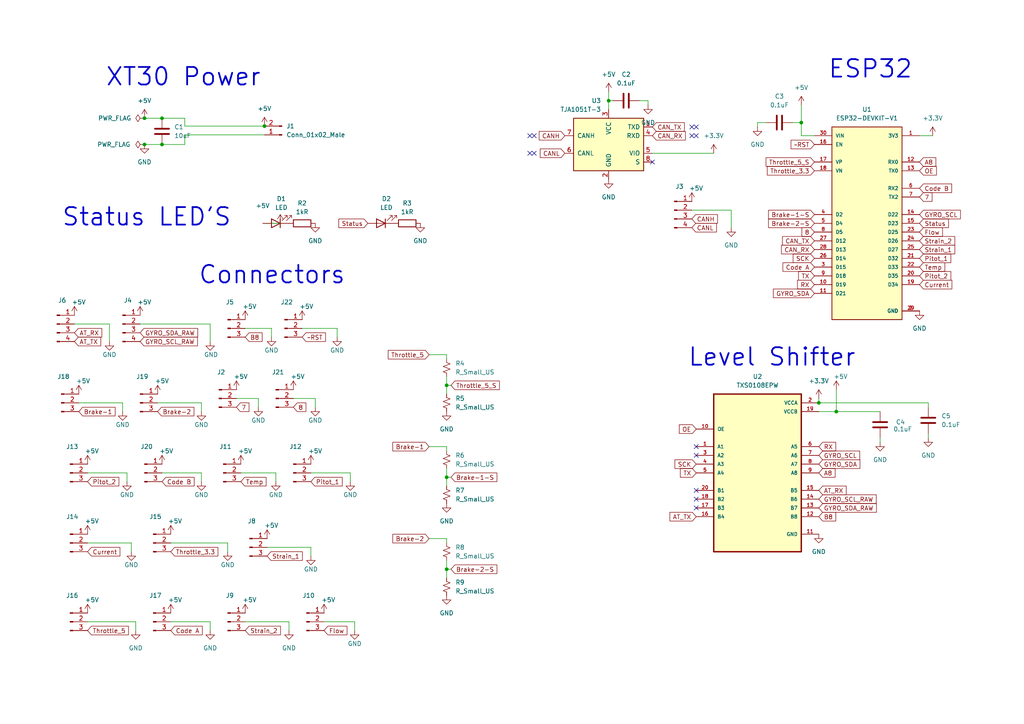
<source format=kicad_sch>
(kicad_sch (version 20231120) (generator "eeschema") (generator_version "8.0")
  (paper "A4")
  (lib_symbols
    (symbol "+3.3V_1" (power) (pin_numbers hide) (pin_names (offset 0) hide)
      (property "Value" "+3.3V" (at 0 3.556 0))
      (symbol "+3.3V_1_0_1"
        (polyline (pts (xy -0.762 1.27) (xy 0 2.54)))
        (polyline (pts (xy 0 0) (xy 0 2.54)))
        (polyline (pts (xy 0 2.54) (xy 0.762 1.27)))
      )
      (symbol "+3.3V_1_1_1"
        (pin power_in line (at 0 0 90) (length 0) (name "~") (number "1"))
      )
    )
    (symbol "Connector:Conn_01x02_Male" (pin_names (offset 1.016) hide)
      (property "Reference" "J" (at 0 2.54 0))
      (property "Value" "Conn_01x02_Male" (at 0 -5.08 0))
      (symbol "Conn_01x02_Male_1_1"
        (polyline (pts (xy 1.27 -2.54) (xy 0.8636 -2.54)) (stroke (width 0.1524)))
        (polyline (pts (xy 1.27 0) (xy 0.8636 0)) (stroke (width 0.1524)))
        (rectangle (start 0.8636 -2.413) (end 0 -2.667) (stroke (width 0.1524)) (fill (type outline)))
        (rectangle (start 0.8636 0.127) (end 0 -0.127) (stroke (width 0.1524)) (fill (type outline)))
        (pin passive line (at 5.08 0 180) (length 3.81) (name "Pin_1") (number "1"))
        (pin passive line (at 5.08 -2.54 180) (length 3.81) (name "Pin_2") (number "2"))
      )
    )
    (symbol "Connector:Conn_01x03_Pin" (pin_names (offset 1.016) hide)
      (property "Reference" "J" (at 0 5.08 0))
      (property "Value" "Conn_01x03_Pin" (at 0 -5.08 0))
      (symbol "Conn_01x03_Pin_1_1"
        (polyline (pts (xy 1.27 -2.54) (xy 0.8636 -2.54)) (stroke (width 0.1524)))
        (polyline (pts (xy 1.27 0) (xy 0.8636 0)) (stroke (width 0.1524)))
        (polyline (pts (xy 1.27 2.54) (xy 0.8636 2.54)) (stroke (width 0.1524)))
        (rectangle (start 0.8636 -2.413) (end 0 -2.667) (stroke (width 0.1524)) (fill (type outline)))
        (rectangle (start 0.8636 0.127) (end 0 -0.127) (stroke (width 0.1524)) (fill (type outline)))
        (rectangle (start 0.8636 2.667) (end 0 2.413) (stroke (width 0.1524)) (fill (type outline)))
        (pin passive line (at 5.08 2.54 180) (length 3.81) (name "Pin_1") (number "1"))
        (pin passive line (at 5.08 0 180) (length 3.81) (name "Pin_2") (number "2"))
        (pin passive line (at 5.08 -2.54 180) (length 3.81) (name "Pin_3") (number "3"))
      )
    )
    (symbol "Connector:Conn_01x04_Pin" (pin_names (offset 1.016) hide)
      (property "Reference" "J" (at 0 5.08 0))
      (property "Value" "Conn_01x04_Pin" (at 0 -7.62 0))
      (symbol "Conn_01x04_Pin_1_1"
        (polyline (pts (xy 1.27 -5.08) (xy 0.8636 -5.08)) (stroke (width 0.1524)))
        (polyline (pts (xy 1.27 -2.54) (xy 0.8636 -2.54)) (stroke (width 0.1524)))
        (polyline (pts (xy 1.27 0) (xy 0.8636 0)) (stroke (width 0.1524)))
        (polyline (pts (xy 1.27 2.54) (xy 0.8636 2.54)) (stroke (width 0.1524)))
        (rectangle (start 0.8636 -4.953) (end 0 -5.207) (stroke (width 0.1524)) (fill (type outline)))
        (rectangle (start 0.8636 -2.413) (end 0 -2.667) (stroke (width 0.1524)) (fill (type outline)))
        (rectangle (start 0.8636 0.127) (end 0 -0.127) (stroke (width 0.1524)) (fill (type outline)))
        (rectangle (start 0.8636 2.667) (end 0 2.413) (stroke (width 0.1524)) (fill (type outline)))
        (pin passive line (at 5.08 2.54 180) (length 3.81) (name "Pin_1") (number "1"))
        (pin passive line (at 5.08 0 180) (length 3.81) (name "Pin_2") (number "2"))
        (pin passive line (at 5.08 -2.54 180) (length 3.81) (name "Pin_3") (number "3"))
        (pin passive line (at 5.08 -5.08 180) (length 3.81) (name "Pin_4") (number "4"))
      )
    )
    (symbol "Device:C" (pin_numbers hide) (pin_names (offset 0.254))
      (property "Reference" "C" (at 0.635 2.54 0))
      (property "Value" "C" (at 0.635 -2.54 0))
      (symbol "C_0_1"
        (polyline (pts (xy -2.032 -0.762) (xy 2.032 -0.762)) (stroke (width 0.508)))
        (polyline (pts (xy -2.032 0.762) (xy 2.032 0.762)) (stroke (width 0.508)))
      )
      (symbol "C_1_1"
        (pin passive line (at 0 3.81 270) (length 2.794) (name "~") (number "1"))
        (pin passive line (at 0 -3.81 90) (length 2.794) (name "~") (number "2"))
      )
    )
    (symbol "Device:LED" (pin_numbers hide) (pin_names (offset 1.016) hide)
      (property "Reference" "D" (at 0 2.54 0))
      (property "Value" "LED" (at 0 -2.54 0))
      (symbol "LED_0_1"
        (polyline (pts (xy -1.27 -1.27) (xy -1.27 1.27)) (stroke (width 0.254)))
        (polyline (pts (xy -1.27 0) (xy 1.27 0)))
        (polyline (pts (xy 1.27 -1.27) (xy 1.27 1.27) (xy -1.27 0) (xy 1.27 -1.27)) (stroke (width 0.254)))
        (polyline (pts (xy -3.048 -0.762) (xy -4.572 -2.286) (xy -3.81 -2.286) (xy -4.572 -2.286) (xy -4.572 -1.524)))
        (polyline (pts (xy -1.778 -0.762) (xy -3.302 -2.286) (xy -2.54 -2.286) (xy -3.302 -2.286) (xy -3.302 -1.524)))
      )
      (symbol "LED_1_1"
        (pin passive line (at -3.81 0 0) (length 2.54) (name "K") (number "1"))
        (pin passive line (at 3.81 0 180) (length 2.54) (name "A") (number "2"))
      )
    )
    (symbol "Device:R" (pin_numbers hide) (pin_names (offset 0))
      (property "Reference" "R" (at 2.032 0 90))
      (property "Value" "R" (at 0 0 90))
      (symbol "R_0_1"
        (rectangle (start -1.016 -2.54) (end 1.016 2.54) (stroke (width 0.254)))
      )
      (symbol "R_1_1"
        (pin passive line (at 0 3.81 270) (length 1.27) (name "~") (number "1"))
        (pin passive line (at 0 -3.81 90) (length 1.27) (name "~") (number "2"))
      )
    )
    (symbol "Device:R_Small_US" (pin_numbers hide) (pin_names (offset 0.254) hide)
      (property "Reference" "R" (at 0.762 0.508 0))
      (property "Value" "R_Small_US" (at 0.762 -1.016 0))
      (symbol "R_Small_US_1_1"
        (polyline (pts (xy 0 0) (xy 1.016 -0.381) (xy 0 -0.762) (xy -1.016 -1.143) (xy 0 -1.524)))
        (polyline (pts (xy 0 1.524) (xy 1.016 1.143) (xy 0 0.762) (xy -1.016 0.381) (xy 0 0)))
        (pin passive line (at 0 2.54 270) (length 1.016) (name "~") (number "1"))
        (pin passive line (at 0 -2.54 90) (length 1.016) (name "~") (number "2"))
      )
    )
    (symbol "ESP32-DEVKIT-V1:ESP32-DEVKIT-V1" (pin_names (offset 1.016))
      (property "Reference" "U" (at -10.16 30.48 0))
      (property "Value" "ESP32-DEVKIT-V1" (at -10.16 -30.48 0))
      (symbol "ESP32-DEVKIT-V1_0_0"
        (rectangle (start -10.16 -27.94) (end 10.16 27.94) (stroke (width 0.254)) (fill (type background)))
        (pin output line (at 15.24 25.4 180) (length 5.08) (name "3V3") (number "1"))
        (pin bidirectional line (at -15.24 -17.78 0) (length 5.08) (name "D19") (number "10"))
        (pin bidirectional line (at -15.24 -20.32 0) (length 5.08) (name "D21") (number "11"))
        (pin input line (at 15.24 17.78 180) (length 5.08) (name "RX0") (number "12"))
        (pin output line (at 15.24 15.24 180) (length 5.08) (name "TX0") (number "13"))
        (pin bidirectional line (at 15.24 2.54 180) (length 5.08) (name "D22") (number "14"))
        (pin bidirectional line (at 15.24 0 180) (length 5.08) (name "D23") (number "15"))
        (pin input line (at -15.24 22.86 0) (length 5.08) (name "EN") (number "16"))
        (pin bidirectional line (at -15.24 17.78 0) (length 5.08) (name "VP") (number "17"))
        (pin bidirectional line (at -15.24 15.24 0) (length 5.08) (name "VN") (number "18"))
        (pin bidirectional line (at 15.24 -17.78 180) (length 5.08) (name "D34") (number "19"))
        (pin power_in line (at 15.24 -25.4 180) (length 5.08) (name "GND") (number "2"))
        (pin bidirectional line (at 15.24 -15.24 180) (length 5.08) (name "D35") (number "20"))
        (pin bidirectional line (at 15.24 -10.16 180) (length 5.08) (name "D32") (number "21"))
        (pin bidirectional line (at 15.24 -12.7 180) (length 5.08) (name "D33") (number "22"))
        (pin bidirectional line (at 15.24 -2.54 180) (length 5.08) (name "D25") (number "23"))
        (pin bidirectional line (at 15.24 -5.08 180) (length 5.08) (name "D26") (number "24"))
        (pin bidirectional line (at 15.24 -7.62 180) (length 5.08) (name "D27") (number "25"))
        (pin bidirectional line (at -15.24 -10.16 0) (length 5.08) (name "D14") (number "26"))
        (pin bidirectional line (at -15.24 -5.08 0) (length 5.08) (name "D12") (number "27"))
        (pin bidirectional line (at -15.24 -7.62 0) (length 5.08) (name "D13") (number "28"))
        (pin power_in line (at 15.24 -25.4 180) (length 5.08) (name "GND") (number "29"))
        (pin bidirectional line (at -15.24 -12.7 0) (length 5.08) (name "D15") (number "3"))
        (pin input line (at -15.24 25.4 0) (length 5.08) (name "VIN") (number "30"))
        (pin bidirectional line (at -15.24 2.54 0) (length 5.08) (name "D2") (number "4"))
        (pin bidirectional line (at -15.24 0 0) (length 5.08) (name "D4") (number "5"))
        (pin input line (at 15.24 10.16 180) (length 5.08) (name "RX2") (number "6"))
        (pin output line (at 15.24 7.62 180) (length 5.08) (name "TX2") (number "7"))
        (pin bidirectional line (at -15.24 -2.54 0) (length 5.08) (name "D5") (number "8"))
        (pin bidirectional line (at -15.24 -15.24 0) (length 5.08) (name "D18") (number "9"))
      )
    )
    (symbol "Interface_CAN_LIN:TJA1051T-3" (pin_names (offset 1.016))
      (property "Reference" "U" (at -10.16 8.89 0))
      (property "Value" "TJA1051T-3" (at 1.27 8.89 0))
      (symbol "TJA1051T-3_0_1"
        (rectangle (start -10.16 7.62) (end 10.16 -7.62) (stroke (width 0.254)) (fill (type background)))
      )
      (symbol "TJA1051T-3_1_1"
        (pin input line (at -12.7 5.08 0) (length 2.54) (name "TXD") (number "1"))
        (pin power_in line (at 0 -10.16 90) (length 2.54) (name "GND") (number "2"))
        (pin power_in line (at 0 10.16 270) (length 2.54) (name "VCC") (number "3"))
        (pin output line (at -12.7 2.54 0) (length 2.54) (name "RXD") (number "4"))
        (pin power_in line (at -12.7 -2.54 0) (length 2.54) (name "VIO") (number "5"))
        (pin bidirectional line (at 12.7 -2.54 180) (length 2.54) (name "CANL") (number "6"))
        (pin bidirectional line (at 12.7 2.54 180) (length 2.54) (name "CANH") (number "7"))
        (pin input line (at -12.7 -5.08 0) (length 2.54) (name "S") (number "8"))
      )
    )
    (symbol "TXS0108EPW:TXS0108EPW" (pin_names (offset 1.016))
      (property "Reference" "U" (at -12.7 23.86 0))
      (property "Value" "TXS0108EPW" (at -12.7 -26.86 0))
      (symbol "TXS0108EPW_0_0"
        (rectangle (start -12.7 -22.86) (end 12.7 22.86) (stroke (width 0.41)) (fill (type background)))
        (pin bidirectional line (at -17.78 7.62 0) (length 5.08) (name "A1") (number "1"))
        (pin input line (at -17.78 12.7 0) (length 5.08) (name "OE") (number "10"))
        (pin power_in line (at 17.78 -17.78 180) (length 5.08) (name "GND") (number "11"))
        (pin bidirectional line (at 17.78 -12.7 180) (length 5.08) (name "B8") (number "12"))
        (pin bidirectional line (at 17.78 -10.16 180) (length 5.08) (name "B7") (number "13"))
        (pin bidirectional line (at 17.78 -7.62 180) (length 5.08) (name "B6") (number "14"))
        (pin bidirectional line (at 17.78 -5.08 180) (length 5.08) (name "B5") (number "15"))
        (pin bidirectional line (at -17.78 -12.7 0) (length 5.08) (name "B4") (number "16"))
        (pin bidirectional line (at -17.78 -10.16 0) (length 5.08) (name "B3") (number "17"))
        (pin bidirectional line (at -17.78 -7.62 0) (length 5.08) (name "B2") (number "18"))
        (pin power_in line (at 17.78 17.78 180) (length 5.08) (name "VCCB") (number "19"))
        (pin power_in line (at 17.78 20.32 180) (length 5.08) (name "VCCA") (number "2"))
        (pin bidirectional line (at -17.78 -5.08 0) (length 5.08) (name "B1") (number "20"))
        (pin bidirectional line (at -17.78 5.08 0) (length 5.08) (name "A2") (number "3"))
        (pin bidirectional line (at -17.78 2.54 0) (length 5.08) (name "A3") (number "4"))
        (pin bidirectional line (at -17.78 0 0) (length 5.08) (name "A4") (number "5"))
        (pin bidirectional line (at 17.78 7.62 180) (length 5.08) (name "A5") (number "6"))
        (pin bidirectional line (at 17.78 5.08 180) (length 5.08) (name "A6") (number "7"))
        (pin bidirectional line (at 17.78 2.54 180) (length 5.08) (name "A7") (number "8"))
        (pin bidirectional line (at 17.78 0 180) (length 5.08) (name "A8") (number "9"))
      )
    )
    (symbol "power:+3.3V" (power) (pin_names (offset 0))
      (property "Value" "+3.3V" (at 0 3.556 0))
      (symbol "+3.3V_0_1"
        (polyline (pts (xy -0.762 1.27) (xy 0 2.54)))
        (polyline (pts (xy 0 0) (xy 0 2.54)))
        (polyline (pts (xy 0 2.54) (xy 0.762 1.27)))
      )
      (symbol "+3.3V_1_1"
        (pin power_in line (at 0 0 90) (length 0) hide (name "+3.3V") (number "1"))
      )
    )
    (symbol "power:+5V" (power) (pin_names (offset 0))
      (property "Value" "+5V" (at 0 3.556 0))
      (symbol "+5V_0_1"
        (polyline (pts (xy -0.762 1.27) (xy 0 2.54)))
        (polyline (pts (xy 0 0) (xy 0 2.54)))
        (polyline (pts (xy 0 2.54) (xy 0.762 1.27)))
      )
      (symbol "+5V_1_1"
        (pin power_in line (at 0 0 90) (length 0) hide (name "+5V") (number "1"))
      )
    )
    (symbol "power:GND" (power) (pin_names (offset 0))
      (property "Value" "GND" (at 0 -3.81 0))
      (symbol "GND_0_1"
        (polyline (pts (xy 0 0) (xy 0 -1.27) (xy 1.27 -1.27) (xy 0 -2.54) (xy -1.27 -1.27) (xy 0 -1.27)))
      )
      (symbol "GND_1_1"
        (pin power_in line (at 0 0 270) (length 0) hide (name "GND") (number "1"))
      )
    )
    (symbol "power:PWR_FLAG" (power) (pin_numbers hide) (pin_names (offset 0) hide)
      (property "Value" "PWR_FLAG" (at 0 3.81 0))
      (symbol "PWR_FLAG_0_0"
        (pin power_out line (at 0 0 90) (length 0) (name "pwr") (number "1"))
      )
      (symbol "PWR_FLAG_0_1"
        (polyline (pts (xy 0 0) (xy 0 1.27) (xy -1.016 1.905) (xy 0 2.54) (xy 1.016 1.905) (xy 0 1.27)))
      )
    )
  )
  (junction (at 41.91 41.91))
  (junction (at 46.99 41.91))
  (junction (at 242.57 119.38))
  (junction (at 232.41 35.56))
  (junction (at 46.99 34.29))
  (junction (at 41.91 34.29))
  (junction (at 76.708 36.576))
  (junction (at 129.54 165.1))
  (junction (at 129.54 138.43))
  (junction (at 176.53 29.21))
  (junction (at 237.49 116.84))
  (junction (at 129.54 111.76))
  (no_connect (at 201.93 144.78))
  (no_connect (at 200.66 39.37))
  (no_connect (at 201.93 129.54))
  (no_connect (at 200.66 36.83))
  (no_connect (at 153.67 39.37))
  (no_connect (at 153.67 44.45))
  (no_connect (at 154.94 39.37))
  (no_connect (at 201.93 147.32))
  (no_connect (at 189.23 46.99))
  (no_connect (at 201.93 39.37))
  (no_connect (at 201.93 132.08))
  (no_connect (at 201.93 142.24))
  (no_connect (at 154.94 44.45))
  (no_connect (at 201.93 36.83))
  (no_connect (at 313.69 46.99))
  (wire (pts (xy 53.594 39.116) (xy 76.708 39.116)))
  (wire (pts (xy 237.49 119.38) (xy 242.57 119.38)))
  (wire (pts (xy 49.53 157.48) (xy 66.04 157.48)))
  (wire (pts (xy 39.37 180.34) (xy 39.37 182.88)))
  (wire (pts (xy 77.47 158.75) (xy 90.17 158.75)))
  (wire (pts (xy 35.56 116.84) (xy 35.56 119.38)))
  (wire (pts (xy 129.54 129.54) (xy 129.54 130.81)))
  (wire (pts (xy 22.86 116.84) (xy 35.56 116.84)))
  (wire (pts (xy 176.53 26.67) (xy 176.53 29.21)))
  (wire (pts (xy 129.54 111.76) (xy 130.81 111.76)))
  (wire (pts (xy 46.99 137.16) (xy 58.42 137.16)))
  (wire (pts (xy 21.59 93.98) (xy 31.75 93.98)))
  (wire (pts (xy 53.594 36.576) (xy 53.594 34.29)))
  (wire (pts (xy 93.98 180.34) (xy 102.87 180.34)))
  (wire (pts (xy 129.54 109.22) (xy 129.54 111.76)))
  (wire (pts (xy 83.82 180.34) (xy 83.82 182.88)))
  (wire (pts (xy 266.7 39.37) (xy 270.51 39.37)))
  (wire (pts (xy 242.57 119.38) (xy 255.27 119.38)))
  (wire (pts (xy 85.09 115.57) (xy 91.44 115.57)))
  (wire (pts (xy 189.23 44.45) (xy 207.01 44.45)))
  (wire (pts (xy 53.594 34.29) (xy 46.99 34.29)))
  (wire (pts (xy 80.01 137.16) (xy 80.01 139.7)))
  (wire (pts (xy 41.91 34.29) (xy 46.99 34.29)))
  (wire (pts (xy 200.66 60.96) (xy 212.09 60.96)))
  (wire (pts (xy 101.6 137.16) (xy 101.6 139.7)))
  (wire (pts (xy 237.49 115.57) (xy 237.49 116.84)))
  (wire (pts (xy 49.53 180.34) (xy 60.96 180.34)))
  (wire (pts (xy 129.54 111.76) (xy 129.54 114.3)))
  (wire (pts (xy 60.96 180.34) (xy 60.96 182.88)))
  (wire (pts (xy 185.42 29.21) (xy 187.96 29.21)))
  (wire (pts (xy 269.24 116.84) (xy 269.24 118.11)))
  (wire (pts (xy 60.96 93.98) (xy 60.96 99.06)))
  (wire (pts (xy 25.4 157.48) (xy 38.1 157.48)))
  (wire (pts (xy 71.12 95.25) (xy 78.74 95.25)))
  (wire (pts (xy 58.42 116.84) (xy 45.72 116.84)))
  (wire (pts (xy 255.27 127) (xy 255.27 128.27)))
  (wire (pts (xy 129.54 165.1) (xy 129.54 167.64)))
  (wire (pts (xy 232.41 35.56) (xy 232.41 39.37)))
  (wire (pts (xy 78.74 95.25) (xy 78.74 97.79)))
  (wire (pts (xy 176.53 29.21) (xy 177.8 29.21)))
  (wire (pts (xy 129.54 165.1) (xy 130.81 165.1)))
  (wire (pts (xy 124.46 156.21) (xy 129.54 156.21)))
  (wire (pts (xy 41.91 41.91) (xy 46.99 41.91)))
  (wire (pts (xy 25.4 137.16) (xy 36.83 137.16)))
  (wire (pts (xy 71.12 180.34) (xy 83.82 180.34)))
  (wire (pts (xy 58.42 119.38) (xy 58.42 116.84)))
  (wire (pts (xy 129.54 135.89) (xy 129.54 138.43)))
  (wire (pts (xy 129.54 138.43) (xy 130.81 138.43)))
  (wire (pts (xy 129.54 156.21) (xy 129.54 157.48)))
  (wire (pts (xy 129.54 162.56) (xy 129.54 165.1)))
  (wire (pts (xy 232.41 39.37) (xy 236.22 39.37)))
  (wire (pts (xy 66.04 157.48) (xy 66.04 160.02)))
  (wire (pts (xy 269.24 125.73) (xy 269.24 127)))
  (wire (pts (xy 58.42 137.16) (xy 58.42 139.7)))
  (wire (pts (xy 38.1 160.02) (xy 38.1 157.48)))
  (wire (pts (xy 40.64 93.98) (xy 60.96 93.98)))
  (wire (pts (xy 74.93 115.57) (xy 74.93 118.11)))
  (wire (pts (xy 68.58 115.57) (xy 74.93 115.57)))
  (wire (pts (xy 90.17 158.75) (xy 90.17 161.29)))
  (wire (pts (xy 212.09 60.96) (xy 212.09 66.04)))
  (wire (pts (xy 53.594 36.576) (xy 76.708 36.576)))
  (wire (pts (xy 129.54 138.43) (xy 129.54 140.97)))
  (wire (pts (xy 237.49 116.84) (xy 269.24 116.84)))
  (wire (pts (xy 232.41 30.48) (xy 232.41 35.56)))
  (wire (pts (xy 97.79 97.79) (xy 97.79 95.25)))
  (wire (pts (xy 222.25 35.56) (xy 219.71 35.56)))
  (wire (pts (xy 91.44 115.57) (xy 91.44 118.11)))
  (wire (pts (xy 187.96 29.21) (xy 187.96 30.48)))
  (wire (pts (xy 76.2 64.77) (xy 81.28 64.77)))
  (wire (pts (xy 46.99 41.91) (xy 53.594 41.91)))
  (wire (pts (xy 31.75 93.98) (xy 31.75 99.06)))
  (wire (pts (xy 242.57 113.03) (xy 242.57 119.38)))
  (wire (pts (xy 90.17 137.16) (xy 101.6 137.16)))
  (wire (pts (xy 69.85 137.16) (xy 80.01 137.16)))
  (wire (pts (xy 129.54 102.87) (xy 129.54 104.14)))
  (wire (pts (xy 219.71 35.56) (xy 219.71 36.83)))
  (wire (pts (xy 87.63 95.25) (xy 97.79 95.25)))
  (wire (pts (xy 229.87 35.56) (xy 232.41 35.56)))
  (wire (pts (xy 124.46 102.87) (xy 129.54 102.87)))
  (wire (pts (xy 25.4 180.34) (xy 39.37 180.34)))
  (wire (pts (xy 176.53 29.21) (xy 176.53 31.75)))
  (wire (pts (xy 36.83 137.16) (xy 36.83 139.7)))
  (wire (pts (xy 102.87 180.34) (xy 102.87 182.88)))
  (wire (pts (xy 53.594 39.116) (xy 53.594 41.91)))
  (wire (pts (xy 124.46 129.54) (xy 129.54 129.54)))
  (text "Status LED'S" (at 17.78 66.04 0) (effects (font (size 5.08 5.08) (thickness 0.508) (bold yes)) (justify left bottom)))
  (text "XT30 Power" (at 30.48 25.4 0) (effects (font (size 5.08 5.08) (thickness 0.508) (bold yes)) (justify left bottom)))
  (text "Connectors\n" (at 57.404 82.804 0) (effects (font (size 5.08 5.08) (thickness 0.508) (bold yes)) (justify left bottom)))
  (text "ESP32" (at 240.03 23.114 0) (effects (font (size 5.08 5.08) (thickness 0.508) (bold yes)) (justify left bottom)))
  (text "Level Shifter" (at 199.39 106.68 0) (effects (font (size 5.08 5.08) (thickness 0.508) (bold yes)) (justify left bottom)))
  (global_label "Temp" (shape input) (at 266.7 77.47 0) (property "Intersheetrefs" "${INTERSHEET_REFS}" (effects (hide yes))))
  (global_label "Temp" (shape input) (at 69.85 139.7 0) (property "Intersheetrefs" "${INTERSHEET_REFS}" (effects (hide yes))))
  (global_label "Brake-1-S" (shape input) (at 236.22 62.23 180) (property "Intersheetrefs" "${INTERSHEET_REFS}" (effects (hide yes))))
  (global_label "Pitot_2" (shape input) (at 266.7 80.01 0) (property "Intersheetrefs" "${INTERSHEET_REFS}" (effects (hide yes))))
  (global_label "OE" (shape input) (at 201.93 124.46 180) (property "Intersheetrefs" "${INTERSHEET_REFS}" (effects (hide yes))))
  (global_label "AT_RX" (shape input) (at 21.59 96.52 0) (property "Intersheetrefs" "${INTERSHEET_REFS}" (effects (hide yes))))
  (global_label "8" (shape input) (at 85.09 118.11 0) (property "Intersheetrefs" "${INTERSHEET_REFS}" (effects (hide yes))))
  (global_label "Brake-2-S" (shape input) (at 236.22 64.77 180) (property "Intersheetrefs" "${INTERSHEET_REFS}" (effects (hide yes))))
  (global_label "GYRO_SCL" (shape input) (at 266.7 62.23 0) (property "Intersheetrefs" "${INTERSHEET_REFS}" (effects (hide yes))))
  (global_label "Brake-1" (shape input) (at 22.86 119.38 0) (property "Intersheetrefs" "${INTERSHEET_REFS}" (effects (hide yes))))
  (global_label "Flow" (shape input) (at 93.98 182.88 0) (property "Intersheetrefs" "${INTERSHEET_REFS}" (effects (hide yes))))
  (global_label "SCK" (shape input) (at 201.93 134.62 180) (property "Intersheetrefs" "${INTERSHEET_REFS}" (effects (hide yes))))
  (global_label "B8" (shape input) (at 71.12 97.79 0) (property "Intersheetrefs" "${INTERSHEET_REFS}" (effects (hide yes))))
  (global_label "RX" (shape input) (at 237.49 129.54 0) (property "Intersheetrefs" "${INTERSHEET_REFS}" (effects (hide yes))))
  (global_label "AT_TX" (shape input) (at 21.59 99.06 0) (property "Intersheetrefs" "${INTERSHEET_REFS}" (effects (hide yes))))
  (global_label "CANH" (shape input) (at 200.66 63.5 0) (property "Intersheetrefs" "${INTERSHEET_REFS}" (effects (hide yes))))
  (global_label "CANL" (shape input) (at 163.83 44.45 180) (property "Intersheetrefs" "${INTERSHEET_REFS}" (effects (hide yes))))
  (global_label "Current" (shape input) (at 25.4 160.02 0) (property "Intersheetrefs" "${INTERSHEET_REFS}" (effects (hide yes))))
  (global_label "~RST" (shape input) (at 236.22 41.91 180) (property "Intersheetrefs" "${INTERSHEET_REFS}" (effects (hide yes))))
  (global_label "Code B" (shape input) (at 266.7 54.61 0) (property "Intersheetrefs" "${INTERSHEET_REFS}" (effects (hide yes))))
  (global_label "Throttle_5_S" (shape input) (at 130.81 111.76 0) (property "Intersheetrefs" "${INTERSHEET_REFS}" (effects (hide yes))))
  (global_label "AT_TX" (shape input) (at 201.93 149.86 180) (property "Intersheetrefs" "${INTERSHEET_REFS}" (effects (hide yes))))
  (global_label "Flow" (shape input) (at 266.7 67.31 0) (property "Intersheetrefs" "${INTERSHEET_REFS}" (effects (hide yes))))
  (global_label "B8" (shape input) (at 237.49 149.86 0) (property "Intersheetrefs" "${INTERSHEET_REFS}" (effects (hide yes))))
  (global_label "~RST" (shape input) (at 87.63 97.79 0) (property "Intersheetrefs" "${INTERSHEET_REFS}" (effects (hide yes))))
  (global_label "GYRO_SDA_RAW" (shape input) (at 237.49 147.32 0) (property "Intersheetrefs" "${INTERSHEET_REFS}" (effects (hide yes))))
  (global_label "Current" (shape input) (at 266.7 82.55 0) (property "Intersheetrefs" "${INTERSHEET_REFS}" (effects (hide yes))))
  (global_label "8" (shape input) (at 236.22 67.31 180) (property "Intersheetrefs" "${INTERSHEET_REFS}" (effects (hide yes))))
  (global_label "OE" (shape input) (at 266.7 49.53 0) (property "Intersheetrefs" "${INTERSHEET_REFS}" (effects (hide yes))))
  (global_label "TX" (shape input) (at 236.22 80.01 180) (property "Intersheetrefs" "${INTERSHEET_REFS}" (effects (hide yes))))
  (global_label "GYRO_SDA" (shape input) (at 236.22 85.09 180) (property "Intersheetrefs" "${INTERSHEET_REFS}" (effects (hide yes))))
  (global_label "CANH" (shape input) (at 163.83 39.37 180) (property "Intersheetrefs" "${INTERSHEET_REFS}" (effects (hide yes))))
  (global_label "CAN_RX" (shape input) (at 189.23 39.37 0) (property "Intersheetrefs" "${INTERSHEET_REFS}" (effects (hide yes))))
  (global_label "Brake-2-S" (shape input) (at 130.81 165.1 0) (property "Intersheetrefs" "${INTERSHEET_REFS}" (effects (hide yes))))
  (global_label "GYRO_SCL" (shape input) (at 237.49 132.08 0) (property "Intersheetrefs" "${INTERSHEET_REFS}" (effects (hide yes))))
  (global_label "Strain_2" (shape input) (at 71.12 182.88 0) (property "Intersheetrefs" "${INTERSHEET_REFS}" (effects (hide yes))))
  (global_label "Throttle_3.3" (shape input) (at 49.53 160.02 0) (property "Intersheetrefs" "${INTERSHEET_REFS}" (effects (hide yes))))
  (global_label "Pitot_2" (shape input) (at 25.4 139.7 0) (property "Intersheetrefs" "${INTERSHEET_REFS}" (effects (hide yes))))
  (global_label "SCK" (shape input) (at 236.22 74.93 180) (property "Intersheetrefs" "${INTERSHEET_REFS}" (effects (hide yes))))
  (global_label "CAN_TX" (shape input) (at 189.23 36.83 0) (property "Intersheetrefs" "${INTERSHEET_REFS}" (effects (hide yes))))
  (global_label "Pitot_1" (shape input) (at 266.7 74.93 0) (property "Intersheetrefs" "${INTERSHEET_REFS}" (effects (hide yes))))
  (global_label "Code A" (shape input) (at 49.53 182.88 0) (property "Intersheetrefs" "${INTERSHEET_REFS}" (effects (hide yes))))
  (global_label "Throttle_5" (shape input) (at 124.46 102.87 180) (property "Intersheetrefs" "${INTERSHEET_REFS}" (effects (hide yes))))
  (global_label "Brake-1-S" (shape input) (at 130.81 138.43 0) (property "Intersheetrefs" "${INTERSHEET_REFS}" (effects (hide yes))))
  (global_label "Code A" (shape input) (at 236.22 77.47 180) (property "Intersheetrefs" "${INTERSHEET_REFS}" (effects (hide yes))))
  (global_label "CAN_RX" (shape input) (at 236.22 72.39 180) (property "Intersheetrefs" "${INTERSHEET_REFS}" (effects (hide yes))))
  (global_label "7" (shape input) (at 266.7 57.15 0) (property "Intersheetrefs" "${INTERSHEET_REFS}" (effects (hide yes))))
  (global_label "Throttle_5" (shape input) (at 25.4 182.88 0) (property "Intersheetrefs" "${INTERSHEET_REFS}" (effects (hide yes))))
  (global_label "A8" (shape input) (at 237.49 137.16 0) (property "Intersheetrefs" "${INTERSHEET_REFS}" (effects (hide yes))))
  (global_label "CAN_TX" (shape input) (at 236.22 69.85 180) (property "Intersheetrefs" "${INTERSHEET_REFS}" (effects (hide yes))))
  (global_label "Brake-1" (shape input) (at 124.46 129.54 180) (property "Intersheetrefs" "${INTERSHEET_REFS}" (effects (hide yes))))
  (global_label "GYRO_SDA_RAW" (shape input) (at 40.64 96.52 0) (property "Intersheetrefs" "${INTERSHEET_REFS}" (effects (hide yes))))
  (global_label "AT_RX" (shape input) (at 237.49 142.24 0) (property "Intersheetrefs" "${INTERSHEET_REFS}" (effects (hide yes))))
  (global_label "Brake-2" (shape input) (at 45.72 119.38 0) (property "Intersheetrefs" "${INTERSHEET_REFS}" (effects (hide yes))))
  (global_label "RX" (shape input) (at 236.22 82.55 180) (property "Intersheetrefs" "${INTERSHEET_REFS}" (effects (hide yes))))
  (global_label "GYRO_SCL_RAW" (shape input) (at 237.49 144.78 0) (property "Intersheetrefs" "${INTERSHEET_REFS}" (effects (hide yes))))
  (global_label "Throttle_3.3" (shape input) (at 236.22 49.53 180) (property "Intersheetrefs" "${INTERSHEET_REFS}" (effects (hide yes))))
  (global_label "CANL" (shape input) (at 200.66 66.04 0) (property "Intersheetrefs" "${INTERSHEET_REFS}" (effects (hide yes))))
  (global_label "Pitot_1" (shape input) (at 90.17 139.7 0) (property "Intersheetrefs" "${INTERSHEET_REFS}" (effects (hide yes))))
  (global_label "Strain_1" (shape input) (at 266.7 72.39 0) (property "Intersheetrefs" "${INTERSHEET_REFS}" (effects (hide yes))))
  (global_label "GYRO_SDA" (shape input) (at 237.49 134.62 0) (property "Intersheetrefs" "${INTERSHEET_REFS}" (effects (hide yes))))
  (global_label "Brake-2" (shape input) (at 124.46 156.21 180) (property "Intersheetrefs" "${INTERSHEET_REFS}" (effects (hide yes))))
  (global_label "Code B" (shape input) (at 46.99 139.7 0) (property "Intersheetrefs" "${INTERSHEET_REFS}" (effects (hide yes))))
  (global_label "Strain_2" (shape input) (at 266.7 69.85 0) (property "Intersheetrefs" "${INTERSHEET_REFS}" (effects (hide yes))))
  (global_label "TX" (shape input) (at 201.93 137.16 180) (property "Intersheetrefs" "${INTERSHEET_REFS}" (effects (hide yes))))
  (global_label "Strain_1" (shape input) (at 77.47 161.29 0) (property "Intersheetrefs" "${INTERSHEET_REFS}" (effects (hide yes))))
  (global_label "7" (shape input) (at 68.58 118.11 0) (property "Intersheetrefs" "${INTERSHEET_REFS}" (effects (hide yes))))
  (global_label "Status" (shape input) (at 266.7 64.77 0) (property "Intersheetrefs" "${INTERSHEET_REFS}" (effects (hide yes))))
  (global_label "Throttle_5_S" (shape input) (at 236.22 46.99 180) (property "Intersheetrefs" "${INTERSHEET_REFS}" (effects (hide yes))))
  (global_label "GYRO_SCL_RAW" (shape input) (at 40.64 99.06 0) (property "Intersheetrefs" "${INTERSHEET_REFS}" (effects (hide yes))))
  (global_label "A8" (shape input) (at 266.7 46.99 0) (property "Intersheetrefs" "${INTERSHEET_REFS}" (effects (hide yes))))
  (global_label "Status" (shape input) (at 106.68 64.77 180) (property "Intersheetrefs" "${INTERSHEET_REFS}" (effects (hide yes))))
  (symbol (lib_id "power:+5V") (at 21.59 91.44 0) (unit 1)
    (property "Reference" "#PWR061" (effects (hide yes)))
    (property "Value" "+5V" (at 22.86 87.63 0))
  )
  (symbol (lib_id "ESP32-DEVKIT-V1:ESP32-DEVKIT-V1") (at 251.46 64.77 0) (unit 1)
    (property "Reference" "U1" (at 251.46 31.75 0))
    (property "Value" "ESP32-DEVKIT-V1" (at 251.46 34.29 0))
    (property "Footprint" "ESP32-DEVKIT-V1 (1):MODULE_ESP32_DEVKIT_V1" (effects (hide yes)))
    (property "MANUFACTURER" "DOIT" (effects (hide yes)))
    (property "STANDARD" "Manufacturer Recommendations" (effects (hide yes)))
    (property "PARTREV" "N/A" (effects (hide yes)))
    (property "MAXIMUM_PACKAGE_HEIGHT" "6.8 mm" (effects (hide yes)))
  )
  (symbol (lib_id "power:GND") (at 80.01 139.7 0) (unit 1)
    (property "Reference" "#PWR041" (effects (hide yes)))
    (property "Value" "GND" (at 80.01 143.51 0))
  )
  (symbol (lib_id "Connector:Conn_01x03_Pin") (at 64.77 137.16 0) (unit 1)
    (property "Reference" "J11" (at 65.405 129.54 0))
    (property "Value" "Conn_01x03_Pin" (effects (hide yes)))
    (property "Footprint" "Connector_JST:JST_XH_B3B-XH-A_1x03_P2.50mm_Vertical" (effects (hide yes)))
    (property "Description" "Generic connector, single row, 01x03, script generated" (effects (hide yes)))
  )
  (symbol (lib_id "power:+5V") (at 76.708 36.576 0) (unit 1)
    (property "Reference" "#PWR02" (effects (hide yes)))
    (property "Value" "+5V" (at 76.708 31.496 0))
  )
  (symbol (lib_name "+3.3V_1") (lib_id "power:+3.3V") (at 270.51 39.37 0) (unit 1)
    (property "Reference" "#PWR05" (effects (hide yes)))
    (property "Value" "+3.3V" (at 270.51 34.29 0))
    (property "Description" "Power symbol creates a global label with name \"+3.3V\"" (effects (hide yes)))
  )
  (symbol (lib_id "power:+5V") (at 49.53 177.8 0) (unit 1)
    (property "Reference" "#PWR027" (effects (hide yes)))
    (property "Value" "+5V" (at 50.8 173.99 0))
  )
  (symbol (lib_id "power:GND") (at 212.09 66.04 0) (unit 1)
    (property "Reference" "#PWR062" (effects (hide yes)))
    (property "Value" "GND" (at 212.09 71.12 0))
  )
  (symbol (lib_id "power:+5V") (at 25.4 134.62 0) (unit 1)
    (property "Reference" "#PWR023" (effects (hide yes)))
    (property "Value" "+5V" (at 26.67 130.81 0))
  )
  (symbol (lib_id "power:GND") (at 101.6 139.7 0) (unit 1)
    (property "Reference" "#PWR033" (effects (hide yes)))
    (property "Value" "GND" (at 101.6 143.51 0))
  )
  (symbol (lib_id "power:GND") (at 129.54 172.72 0) (unit 1)
    (property "Reference" "#PWR018" (effects (hide yes)))
    (property "Value" "GND" (at 129.54 177.8 0))
  )
  (symbol (lib_id "power:+5V") (at 25.4 154.94 0) (unit 1)
    (property "Reference" "#PWR024" (effects (hide yes)))
    (property "Value" "+5V" (at 26.67 151.13 0))
  )
  (symbol (lib_id "Connector:Conn_01x04_Pin") (at 195.58 60.96 0) (unit 1)
    (property "Reference" "J3" (at 197.104 54.102 0))
    (property "Value" "Conn_01x04_Pin" (effects (hide yes)))
    (property "Footprint" "Connector_JST:JST_XH_B4B-XH-A_1x04_P2.50mm_Vertical" (effects (hide yes)))
    (property "Description" "Generic connector, single row, 01x04, script generated" (effects (hide yes)))
  )
  (symbol (lib_id "Connector:Conn_01x03_Pin") (at 44.45 180.34 0) (unit 1)
    (property "Reference" "J17" (at 45.085 172.72 0))
    (property "Value" "Conn_01x03_Pin" (effects (hide yes)))
    (property "Footprint" "Connector_JST:JST_XH_B3B-XH-A_1x03_P2.50mm_Vertical" (effects (hide yes)))
    (property "Description" "Generic connector, single row, 01x03, script generated" (effects (hide yes)))
  )
  (symbol (lib_id "power:GND") (at 187.96 30.48 0) (unit 1)
    (property "Reference" "#PWR06" (effects (hide yes)))
    (property "Value" "GND" (at 187.96 35.56 0))
  )
  (symbol (lib_id "power:GND") (at 266.7 90.17 0) (unit 1)
    (property "Reference" "#PWR011" (effects (hide yes)))
    (property "Value" "GND" (at 266.7 95.25 0))
  )
  (symbol (lib_id "power:GND") (at 39.37 182.88 0) (unit 1)
    (property "Reference" "#PWR040" (effects (hide yes)))
    (property "Value" "GND" (at 39.37 187.96 0))
  )
  (symbol (lib_id "power:+5V") (at 45.72 114.3 0) (unit 1)
    (property "Reference" "#PWR021" (effects (hide yes)))
    (property "Value" "+5V" (at 46.99 110.49 0))
  )
  (symbol (lib_id "power:+5V") (at 242.57 113.03 0) (unit 1)
    (property "Reference" "#PWR013" (effects (hide yes)))
    (property "Value" "+5V" (at 243.84 109.22 0))
  )
  (symbol (lib_id "Connector:Conn_01x02_Male") (at 81.788 39.116 180) (unit 1)
    (property "Reference" "J1" (at 83.058 36.5759 0) (effects (justify right)))
    (property "Value" "Conn_01x02_Male" (at 83.058 39.1159 0) (effects (justify right)))
    (property "Footprint" "Connector_JST:JST_VH_B2P-VH_1x02_P3.96mm_Vertical" (effects (hide yes)))
  )
  (symbol (lib_id "power:GND") (at 78.74 97.79 0) (unit 1)
    (property "Reference" "#PWR017" (effects (hide yes)))
    (property "Value" "GND" (at 78.74 101.6 0))
  )
  (symbol (lib_id "power:GND") (at 58.42 139.7 0) (unit 1)
    (property "Reference" "#PWR042" (effects (hide yes)))
    (property "Value" "GND" (at 58.42 143.51 0))
  )
  (symbol (lib_id "power:GND") (at 91.44 64.77 0) (unit 1)
    (property "Reference" "#PWR09" (effects (hide yes)))
    (property "Value" "GND" (at 91.44 69.85 0))
  )
  (symbol (lib_id "power:GND") (at 66.04 160.02 0) (unit 1)
    (property "Reference" "#PWR045" (effects (hide yes)))
    (property "Value" "GND" (at 66.04 163.83 0))
  )
  (symbol (lib_id "Connector:Conn_01x03_Pin") (at 20.32 157.48 0) (unit 1)
    (property "Reference" "J14" (at 20.955 149.86 0))
    (property "Value" "Conn_01x03_Pin" (effects (hide yes)))
    (property "Footprint" "Connector_JST:JST_XH_B3B-XH-A_1x03_P2.50mm_Vertical" (effects (hide yes)))
    (property "Description" "Generic connector, single row, 01x03, script generated" (effects (hide yes)))
  )
  (symbol (lib_id "Device:C") (at 269.24 121.92 180) (unit 1)
    (property "Reference" "C5" (at 273.05 120.6499 0) (effects (justify right)))
    (property "Value" "0.1uF" (at 273.05 123.1899 0) (effects (justify right)))
    (property "Footprint" "Capacitor_SMD:C_0805_2012Metric_Pad1.18x1.45mm_HandSolder" (effects (hide yes)))
    (property "Description" "Unpolarized capacitor" (effects (hide yes)))
  )
  (symbol (lib_id "power:+5V") (at 69.85 134.62 0) (unit 1)
    (property "Reference" "#PWR029" (effects (hide yes)))
    (property "Value" "+5V" (at 71.12 130.81 0))
  )
  (symbol (lib_id "power:+5V") (at 22.86 114.3 0) (unit 1)
    (property "Reference" "#PWR020" (effects (hide yes)))
    (property "Value" "+5V" (at 24.13 110.49 0))
  )
  (symbol (lib_id "Device:R_Small_US") (at 129.54 116.84 0) (unit 1)
    (property "Reference" "R5" (at 132.08 115.5699 0) (effects (justify left)))
    (property "Value" "R_Small_US" (at 132.08 118.1099 0) (effects (justify left)))
    (property "Footprint" "Resistor_SMD:R_0805_2012Metric_Pad1.20x1.40mm_HandSolder" (effects (hide yes)))
  )
  (symbol (lib_id "Device:R_Small_US") (at 129.54 133.35 0) (unit 1)
    (property "Reference" "R6" (at 132.08 132.0799 0) (effects (justify left)))
    (property "Value" "R_Small_US" (at 132.08 134.6199 0) (effects (justify left)))
    (property "Footprint" "Resistor_SMD:R_0805_2012Metric_Pad1.20x1.40mm_HandSolder" (effects (hide yes)))
  )
  (symbol (lib_id "power:+5V") (at 200.66 58.42 0) (unit 1)
    (property "Reference" "#PWR049" (effects (hide yes)))
    (property "Value" "+5V" (at 201.93 54.61 0))
  )
  (symbol (lib_id "Device:R_Small_US") (at 129.54 106.68 0) (unit 1)
    (property "Reference" "R4" (at 132.08 105.4099 0) (effects (justify left)))
    (property "Value" "R_Small_US" (at 132.08 107.9499 0) (effects (justify left)))
    (property "Footprint" "Resistor_SMD:R_0805_2012Metric_Pad1.20x1.40mm_HandSolder" (effects (hide yes)))
  )
  (symbol (lib_id "power:+5V") (at 40.64 91.44 0) (unit 1)
    (property "Reference" "#PWR063" (effects (hide yes)))
    (property "Value" "+5V" (at 41.91 87.63 0))
  )
  (symbol (lib_id "power:+5V") (at 41.91 34.29 0) (unit 1)
    (property "Reference" "#PWR01" (effects (hide yes)))
    (property "Value" "+5V" (at 41.91 29.21 0))
  )
  (symbol (lib_id "power:+5V") (at 68.58 113.03 0) (unit 1)
    (property "Reference" "#PWR053" (effects (hide yes)))
    (property "Value" "+5V" (at 69.85 109.22 0))
  )
  (symbol (lib_id "power:GND") (at 129.54 119.38 0) (unit 1)
    (property "Reference" "#PWR014" (effects (hide yes)))
    (property "Value" "GND" (at 129.54 124.46 0))
  )
  (symbol (lib_id "power:GND") (at 36.83 139.7 0) (unit 1)
    (property "Reference" "#PWR035" (effects (hide yes)))
    (property "Value" "GND" (at 36.83 143.51 0))
  )
  (symbol (lib_id "Connector:Conn_01x03_Pin") (at 72.39 158.75 0) (unit 1)
    (property "Reference" "J8" (at 73.025 151.13 0))
    (property "Value" "Conn_01x03_Pin" (effects (hide yes)))
    (property "Footprint" "Connector_JST:JST_XH_B3B-XH-A_1x03_P2.50mm_Vertical" (effects (hide yes)))
    (property "Description" "Generic connector, single row, 01x03, script generated" (effects (hide yes)))
  )
  (symbol (lib_id "power:+5V") (at 49.53 154.94 0) (unit 1)
    (property "Reference" "#PWR025" (effects (hide yes)))
    (property "Value" "+5V" (at 50.8 151.13 0))
  )
  (symbol (lib_id "Interface_CAN_LIN:TJA1051T-3") (at 176.53 41.91 0) (mirror y) (unit 1)
    (property "Reference" "U3" (at 174.3359 29.21 0) (effects (justify left)))
    (property "Value" "TJA1051T-3" (at 174.3359 31.75 0) (effects (justify left)))
    (property "Footprint" "Package_SO:SOIC-8_3.9x4.9mm_P1.27mm" (effects (hide yes)))
    (property "Datasheet" "http://www.nxp.com/docs/en/data-sheet/TJA1051.pdf" (effects (hide yes)))
    (property "Description" "High-Speed CAN Transceiver, separate VIO, silent mode, SOIC-8" (effects (hide yes)))
  )
  (symbol (lib_id "Device:R") (at 118.11 64.77 270) (unit 1)
    (property "Reference" "R3" (at 118.11 58.928 90))
    (property "Value" "1kR" (at 118.11 61.468 90))
    (property "Footprint" "Resistor_SMD:R_0805_2012Metric_Pad1.20x1.40mm_HandSolder" (effects (hide yes)))
  )
  (symbol (lib_id "power:GND") (at 129.54 146.05 0) (unit 1)
    (property "Reference" "#PWR015" (effects (hide yes)))
    (property "Value" "GND" (at 129.54 151.13 0))
  )
  (symbol (lib_id "Device:R_Small_US") (at 129.54 143.51 0) (unit 1)
    (property "Reference" "R7" (at 132.08 142.2399 0) (effects (justify left)))
    (property "Value" "R_Small_US" (at 132.08 144.7799 0) (effects (justify left)))
    (property "Footprint" "Resistor_SMD:R_0805_2012Metric_Pad1.20x1.40mm_HandSolder" (effects (hide yes)))
  )
  (symbol (lib_id "Connector:Conn_01x03_Pin") (at 40.64 116.84 0) (unit 1)
    (property "Reference" "J19" (at 41.275 109.22 0))
    (property "Value" "Conn_01x03_Pin" (effects (hide yes)))
    (property "Footprint" "Connector_JST:JST_XH_B3B-XH-A_1x03_P2.50mm_Vertical" (effects (hide yes)))
    (property "Description" "Generic connector, single row, 01x03, script generated" (effects (hide yes)))
  )
  (symbol (lib_id "Device:C") (at 181.61 29.21 90) (unit 1)
    (property "Reference" "C2" (at 181.61 21.59 90))
    (property "Value" "0.1uF" (at 181.61 24.13 90))
    (property "Footprint" "Capacitor_SMD:C_0805_2012Metric_Pad1.18x1.45mm_HandSolder" (effects (hide yes)))
    (property "Description" "Unpolarized capacitor" (effects (hide yes)))
  )
  (symbol (lib_id "Device:R_Small_US") (at 129.54 160.02 0) (unit 1)
    (property "Reference" "R8" (at 132.08 158.7499 0) (effects (justify left)))
    (property "Value" "R_Small_US" (at 132.08 161.2899 0) (effects (justify left)))
    (property "Footprint" "Resistor_SMD:R_0805_2012Metric_Pad1.20x1.40mm_HandSolder" (effects (hide yes)))
  )
  (symbol (lib_id "power:GND") (at 121.92 64.77 0) (unit 1)
    (property "Reference" "#PWR010" (effects (hide yes)))
    (property "Value" "GND" (at 121.92 69.85 0))
  )
  (symbol (lib_id "power:PWR_FLAG") (at 41.91 41.91 90) (unit 1)
    (property "Reference" "#FLG02" (effects (hide yes)))
    (property "Value" "PWR_FLAG" (at 33.02 41.91 90))
  )
  (symbol (lib_id "Connector:Conn_01x03_Pin") (at 20.32 180.34 0) (unit 1)
    (property "Reference" "J16" (at 20.955 172.72 0))
    (property "Value" "Conn_01x03_Pin" (effects (hide yes)))
    (property "Footprint" "Connector_JST:JST_XH_B3B-XH-A_1x03_P2.50mm_Vertical" (effects (hide yes)))
    (property "Description" "Generic connector, single row, 01x03, script generated" (effects (hide yes)))
  )
  (symbol (lib_id "power:GND") (at 219.71 36.83 0) (mirror y) (unit 1)
    (property "Reference" "#PWR07" (effects (hide yes)))
    (property "Value" "GND" (at 219.71 41.91 0))
  )
  (symbol (lib_id "power:+5V") (at 46.99 134.62 0) (unit 1)
    (property "Reference" "#PWR022" (effects (hide yes)))
    (property "Value" "+5V" (at 48.26 130.81 0))
  )
  (symbol (lib_id "power:GND") (at 83.82 182.88 0) (unit 1)
    (property "Reference" "#PWR043" (effects (hide yes)))
    (property "Value" "GND" (at 83.82 187.96 0))
  )
  (symbol (lib_id "power:+5V") (at 90.17 134.62 0) (unit 1)
    (property "Reference" "#PWR028" (effects (hide yes)))
    (property "Value" "+5V" (at 91.44 130.81 0))
  )
  (symbol (lib_id "Device:C") (at 46.99 38.1 0) (unit 1)
    (property "Reference" "C1" (at 50.546 36.8299 0) (effects (justify left)))
    (property "Value" "10uF" (at 50.546 39.3699 0) (effects (justify left)))
    (property "Footprint" "Capacitor_SMD:C_0805_2012Metric_Pad1.18x1.45mm_HandSolder" (effects (hide yes)))
  )
  (symbol (lib_id "power:+5V") (at 176.53 26.67 0) (unit 1)
    (property "Reference" "#PWR048" (effects (hide yes)))
    (property "Value" "+5V" (at 176.53 21.59 0))
  )
  (symbol (lib_id "power:GND") (at 31.75 99.06 0) (unit 1)
    (property "Reference" "#PWR039" (effects (hide yes)))
    (property "Value" "GND" (at 31.75 102.87 0))
  )
  (symbol (lib_id "Connector:Conn_01x03_Pin") (at 66.04 180.34 0) (unit 1)
    (property "Reference" "J9" (at 66.675 172.72 0))
    (property "Value" "Conn_01x03_Pin" (effects (hide yes)))
    (property "Footprint" "Connector_JST:JST_XH_B3B-XH-A_1x03_P2.50mm_Vertical" (effects (hide yes)))
    (property "Description" "Generic connector, single row, 01x03, script generated" (effects (hide yes)))
  )
  (symbol (lib_id "Connector:Conn_01x03_Pin") (at 66.04 95.25 0) (unit 1)
    (property "Reference" "J5" (at 66.675 87.63 0))
    (property "Value" "Conn_01x03_Pin" (effects (hide yes)))
    (property "Footprint" "Connector_JST:JST_XH_B3B-XH-A_1x03_P2.50mm_Vertical" (effects (hide yes)))
    (property "Description" "Generic connector, single row, 01x03, script generated" (effects (hide yes)))
  )
  (symbol (lib_id "Device:C") (at 255.27 123.19 180) (unit 1)
    (property "Reference" "C4" (at 259.842 122.428 0) (effects (justify right)))
    (property "Value" "0.1uF" (at 259.08 124.4599 0) (effects (justify right)))
    (property "Footprint" "Capacitor_SMD:C_0805_2012Metric_Pad1.18x1.45mm_HandSolder" (effects (hide yes)))
    (property "Description" "Unpolarized capacitor" (effects (hide yes)))
  )
  (symbol (lib_id "power:+5V") (at 232.41 30.48 0) (unit 1)
    (property "Reference" "#PWR04" (effects (hide yes)))
    (property "Value" "+5V" (at 232.41 25.4 0))
  )
  (symbol (lib_id "power:+5V") (at 71.12 92.71 0) (unit 1)
    (property "Reference" "#PWR057" (effects (hide yes)))
    (property "Value" "+5V" (at 72.39 88.9 0))
  )
  (symbol (lib_id "power:GND") (at 58.42 119.38 0) (unit 1)
    (property "Reference" "#PWR054" (effects (hide yes)))
    (property "Value" "GND" (at 58.42 123.19 0))
  )
  (symbol (lib_id "Connector:Conn_01x03_Pin") (at 80.01 115.57 0) (unit 1)
    (property "Reference" "J21" (at 80.645 107.95 0))
    (property "Value" "Conn_01x03_Pin" (effects (hide yes)))
    (property "Footprint" "Connector_JST:JST_XH_B3B-XH-A_1x03_P2.50mm_Vertical" (effects (hide yes)))
    (property "Description" "Generic connector, single row, 01x03, script generated" (effects (hide yes)))
  )
  (symbol (lib_id "Device:R") (at 87.63 64.77 270) (unit 1)
    (property "Reference" "R2" (at 87.63 58.928 90))
    (property "Value" "1kR" (at 87.63 61.468 90))
    (property "Footprint" "Resistor_SMD:R_0805_2012Metric_Pad1.20x1.40mm_HandSolder" (effects (hide yes)))
  )
  (symbol (lib_id "power:+5V") (at 81.28 64.77 0) (unit 1)
    (property "Reference" "#PWR08" (effects (hide yes)))
    (property "Value" "+5V" (at 76.2 59.69 0))
  )
  (symbol (lib_id "power:+5V") (at 87.63 92.71 0) (unit 1)
    (property "Reference" "#PWR059" (effects (hide yes)))
    (property "Value" "+5V" (at 88.9 88.9 0))
  )
  (symbol (lib_id "power:GND") (at 60.96 99.06 0) (unit 1)
    (property "Reference" "#PWR060" (effects (hide yes)))
    (property "Value" "GND" (at 61.214 102.87 0))
  )
  (symbol (lib_id "TXS0108EPW:TXS0108EPW") (at 219.71 137.16 0) (unit 1)
    (property "Reference" "U2" (at 219.71 109.22 0))
    (property "Value" "TXS0108EPW" (at 219.71 111.76 0))
    (property "Footprint" "TXS0108EPW:SOP65P640X120-20N" (effects (hide yes)))
  )
  (symbol (lib_id "power:+3.3V") (at 237.49 115.57 0) (unit 1)
    (property "Reference" "#PWR012" (effects (hide yes)))
    (property "Value" "+3.3V" (at 237.49 110.49 0))
  )
  (symbol (lib_id "power:GND") (at 41.91 41.91 0) (unit 1)
    (property "Reference" "#PWR03" (effects (hide yes)))
    (property "Value" "GND" (at 41.91 46.99 0))
  )
  (symbol (lib_id "Device:LED") (at 110.49 64.77 180) (unit 1)
    (property "Reference" "D2" (at 112.0775 57.658 0))
    (property "Value" "LED" (at 112.0775 60.198 0))
    (property "Footprint" "LED_SMD:LED_0805_2012Metric_Pad1.15x1.40mm_HandSolder" (effects (hide yes)))
  )
  (symbol (lib_id "power:GND") (at 102.87 182.88 0) (unit 1)
    (property "Reference" "#PWR037" (effects (hide yes)))
    (property "Value" "GND" (at 102.87 186.69 0))
  )
  (symbol (lib_id "power:GND") (at 35.56 119.38 0) (unit 1)
    (property "Reference" "#PWR034" (effects (hide yes)))
    (property "Value" "GND" (at 35.56 123.19 0))
  )
  (symbol (lib_id "power:+5V") (at 25.4 177.8 0) (unit 1)
    (property "Reference" "#PWR026" (effects (hide yes)))
    (property "Value" "+5V" (at 26.67 173.99 0))
  )
  (symbol (lib_id "power:GND") (at 74.93 118.11 0) (unit 1)
    (property "Reference" "#PWR056" (effects (hide yes)))
    (property "Value" "GND" (at 74.93 121.92 0))
  )
  (symbol (lib_id "power:GND") (at 269.24 127 0) (unit 1)
    (property "Reference" "#PWR052" (effects (hide yes)))
    (property "Value" "GND" (at 269.24 132.08 0))
  )
  (symbol (lib_id "Device:C") (at 226.06 35.56 270) (mirror x) (unit 1)
    (property "Reference" "C3" (at 226.06 27.94 90))
    (property "Value" "0.1uF" (at 226.06 30.48 90))
    (property "Footprint" "Capacitor_SMD:C_0805_2012Metric_Pad1.18x1.45mm_HandSolder" (effects (hide yes)))
    (property "Description" "Unpolarized capacitor" (effects (hide yes)))
  )
  (symbol (lib_id "Device:LED") (at 80.01 64.77 180) (unit 1)
    (property "Reference" "D1" (at 81.5975 57.658 0))
    (property "Value" "LED" (at 81.5975 60.198 0))
    (property "Footprint" "LED_SMD:LED_0805_2012Metric_Pad1.15x1.40mm_HandSolder" (effects (hide yes)))
  )
  (symbol (lib_id "Connector:Conn_01x04_Pin") (at 16.51 93.98 0) (unit 1)
    (property "Reference" "J6" (at 18.034 87.122 0))
    (property "Value" "Conn_01x04_Pin" (effects (hide yes)))
    (property "Footprint" "Connector_JST:JST_XH_B4B-XH-A_1x04_P2.50mm_Vertical" (effects (hide yes)))
    (property "Description" "Generic connector, single row, 01x04, script generated" (effects (hide yes)))
  )
  (symbol (lib_id "Connector:Conn_01x03_Pin") (at 82.55 95.25 0) (unit 1)
    (property "Reference" "J22" (at 83.185 87.63 0))
    (property "Value" "Conn_01x03_Pin" (effects (hide yes)))
    (property "Footprint" "Connector_JST:JST_XH_B3B-XH-A_1x03_P2.50mm_Vertical" (effects (hide yes)))
    (property "Description" "Generic connector, single row, 01x03, script generated" (effects (hide yes)))
  )
  (symbol (lib_id "power:GND") (at 255.27 128.27 0) (unit 1)
    (property "Reference" "#PWR051" (effects (hide yes)))
    (property "Value" "GND" (at 255.27 133.35 0))
  )
  (symbol (lib_id "power:+5V") (at 71.12 177.8 0) (unit 1)
    (property "Reference" "#PWR031" (effects (hide yes)))
    (property "Value" "+5V" (at 72.39 173.99 0))
  )
  (symbol (lib_id "Connector:Conn_01x03_Pin") (at 17.78 116.84 0) (unit 1)
    (property "Reference" "J18" (at 18.415 109.22 0))
    (property "Value" "Conn_01x03_Pin" (effects (hide yes)))
    (property "Footprint" "Connector_JST:JST_XH_B3B-XH-A_1x03_P2.50mm_Vertical" (effects (hide yes)))
    (property "Description" "Generic connector, single row, 01x03, script generated" (effects (hide yes)))
  )
  (symbol (lib_id "power:GND") (at 237.49 154.94 0) (unit 1)
    (property "Reference" "#PWR016" (effects (hide yes)))
    (property "Value" "GND" (at 237.49 160.02 0))
  )
  (symbol (lib_id "power:GND") (at 38.1 160.02 0) (unit 1)
    (property "Reference" "#PWR038" (effects (hide yes)))
    (property "Value" "GND" (at 38.1 163.83 0))
  )
  (symbol (lib_id "Device:R_Small_US") (at 129.54 170.18 0) (unit 1)
    (property "Reference" "R9" (at 132.08 168.9099 0) (effects (justify left)))
    (property "Value" "R_Small_US" (at 132.08 171.4499 0) (effects (justify left)))
    (property "Footprint" "Resistor_SMD:R_0805_2012Metric_Pad1.20x1.40mm_HandSolder" (effects (hide yes)))
  )
  (symbol (lib_id "power:GND") (at 60.96 182.88 0) (unit 1)
    (property "Reference" "#PWR044" (effects (hide yes)))
    (property "Value" "GND" (at 60.96 187.96 0))
  )
  (symbol (lib_id "power:+5V") (at 93.98 177.8 0) (unit 1)
    (property "Reference" "#PWR030" (effects (hide yes)))
    (property "Value" "+5V" (at 95.25 173.99 0))
  )
  (symbol (lib_name "+3.3V_1") (lib_id "power:+3.3V") (at 207.01 44.45 0) (unit 1)
    (property "Reference" "#PWR047" (effects (hide yes)))
    (property "Value" "+3.3V" (at 207.01 39.37 0))
    (property "Description" "Power symbol creates a global label with name \"+3.3V\"" (effects (hide yes)))
  )
  (symbol (lib_id "Connector:Conn_01x03_Pin") (at 85.09 137.16 0) (unit 1)
    (property "Reference" "J12" (at 85.725 129.54 0))
    (property "Value" "Conn_01x03_Pin" (effects (hide yes)))
    (property "Footprint" "Connector_JST:JST_XH_B3B-XH-A_1x03_P2.50mm_Vertical" (effects (hide yes)))
    (property "Description" "Generic connector, single row, 01x03, script generated" (effects (hide yes)))
  )
  (symbol (lib_id "Connector:Conn_01x03_Pin") (at 20.32 137.16 0) (unit 1)
    (property "Reference" "J13" (at 20.955 129.54 0))
    (property "Value" "Conn_01x03_Pin" (effects (hide yes)))
    (property "Footprint" "Connector_JST:JST_XH_B3B-XH-A_1x03_P2.50mm_Vertical" (effects (hide yes)))
    (property "Description" "Generic connector, single row, 01x03, script generated" (effects (hide yes)))
  )
  (symbol (lib_id "power:GND") (at 176.53 52.07 0) (unit 1)
    (property "Reference" "#PWR046" (effects (hide yes)))
    (property "Value" "GND" (at 176.53 57.15 0))
  )
  (symbol (lib_id "power:GND") (at 97.79 97.79 0) (unit 1)
    (property "Reference" "#PWR019" (effects (hide yes)))
    (property "Value" "GND" (at 97.79 101.6 0))
  )
  (symbol (lib_id "Connector:Conn_01x03_Pin") (at 88.9 180.34 0) (unit 1)
    (property "Reference" "J10" (at 89.535 172.72 0))
    (property "Value" "Conn_01x03_Pin" (effects (hide yes)))
    (property "Footprint" "Connector_JST:JST_XH_B3B-XH-A_1x03_P2.50mm_Vertical" (effects (hide yes)))
    (property "Description" "Generic connector, single row, 01x03, script generated" (effects (hide yes)))
  )
  (symbol (lib_id "Connector:Conn_01x03_Pin") (at 41.91 137.16 0) (unit 1)
    (property "Reference" "J20" (at 42.545 129.54 0))
    (property "Value" "Conn_01x03_Pin" (effects (hide yes)))
    (property "Footprint" "Connector_JST:JST_XH_B3B-XH-A_1x03_P2.50mm_Vertical" (effects (hide yes)))
    (property "Description" "Generic connector, single row, 01x03, script generated" (effects (hide yes)))
  )
  (symbol (lib_id "power:+5V") (at 85.09 113.03 0) (unit 1)
    (property "Reference" "#PWR055" (effects (hide yes)))
    (property "Value" "+5V" (at 86.36 109.22 0))
  )
  (symbol (lib_id "power:PWR_FLAG") (at 41.91 34.29 90) (unit 1)
    (property "Reference" "#FLG01" (effects (hide yes)))
    (property "Value" "PWR_FLAG" (at 38.1 34.2899 90) (effects (justify left)))
  )
  (symbol (lib_id "power:GND") (at 91.44 118.11 0) (unit 1)
    (property "Reference" "#PWR058" (effects (hide yes)))
    (property "Value" "GND" (at 91.44 121.92 0))
  )
  (symbol (lib_id "Connector:Conn_01x03_Pin") (at 44.45 157.48 0) (unit 1)
    (property "Reference" "J15" (at 45.085 149.86 0))
    (property "Value" "Conn_01x03_Pin" (effects (hide yes)))
    (property "Footprint" "Connector_JST:JST_XH_B3B-XH-A_1x03_P2.50mm_Vertical" (effects (hide yes)))
    (property "Description" "Generic connector, single row, 01x03, script generated" (effects (hide yes)))
  )
  (symbol (lib_id "Connector:Conn_01x04_Pin") (at 35.56 93.98 0) (unit 1)
    (property "Reference" "J4" (at 37.084 87.122 0))
    (property "Value" "Conn_01x04_Pin" (effects (hide yes)))
    (property "Footprint" "Connector_JST:JST_XH_B4B-XH-A_1x04_P2.50mm_Vertical" (effects (hide yes)))
    (property "Description" "Generic connector, single row, 01x04, script generated" (effects (hide yes)))
  )
  (symbol (lib_id "Connector:Conn_01x03_Pin") (at 63.5 115.57 0) (unit 1)
    (property "Reference" "J2" (at 64.135 107.95 0))
    (property "Value" "Conn_01x03_Pin" (effects (hide yes)))
    (property "Footprint" "Connector_JST:JST_XH_B3B-XH-A_1x03_P2.50mm_Vertical" (effects (hide yes)))
    (property "Description" "Generic connector, single row, 01x03, script generated" (effects (hide yes)))
  )
  (symbol (lib_id "power:+5V") (at 77.47 156.21 0) (unit 1)
    (property "Reference" "#PWR032" (effects (hide yes)))
    (property "Value" "+5V" (at 78.74 152.4 0))
  )
  (symbol (lib_id "power:GND") (at 90.17 161.29 0) (unit 1)
    (property "Reference" "#PWR036" (effects (hide yes)))
    (property "Value" "GND" (at 90.17 165.1 0))
  )
)
</source>
